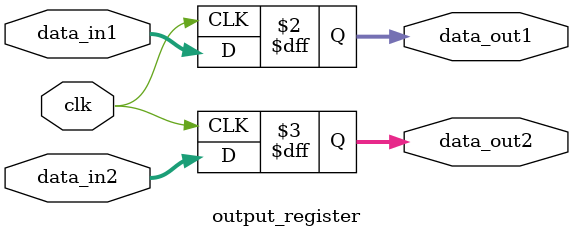
<source format=sv>
module rom_dual_port #(
    parameter W = 32,
    parameter D = 1024,
    parameter ADDR_WIDTH = 10  // 参数化地址宽度
)(
    input  wire                   clk,
    input  wire [ADDR_WIDTH-1:0]  addr1,
    input  wire [ADDR_WIDTH-1:0]  addr2,
    output wire [W-1:0]           dout1,
    output wire [W-1:0]           dout2
);
    // 内部连线
    wire [W-1:0] mem_data1, mem_data2;
    
    // 实例化存储器控制模块
    rom_memory_core #(
        .DATA_WIDTH(W),
        .DEPTH(D),
        .ADDR_WIDTH(ADDR_WIDTH)
    ) memory_core_inst (
        .clk     (clk),
        .data_out1(mem_data1),
        .data_out2(mem_data2),
        .addr1   (addr1),
        .addr2   (addr2)
    );
    
    // 实例化输出寄存器模块
    output_register #(
        .WIDTH(W)
    ) output_reg_inst (
        .clk      (clk),
        .data_in1 (mem_data1),
        .data_in2 (mem_data2),
        .data_out1(dout1),
        .data_out2(dout2)
    );
    
endmodule

// 存储器核心模块
module rom_memory_core #(
    parameter DATA_WIDTH = 32,
    parameter DEPTH = 1024,
    parameter ADDR_WIDTH = 10
)(
    input  wire                   clk,
    input  wire [ADDR_WIDTH-1:0]  addr1,
    input  wire [ADDR_WIDTH-1:0]  addr2,
    output reg  [DATA_WIDTH-1:0]  data_out1,
    output reg  [DATA_WIDTH-1:0]  data_out2
);
    // 存储器阵列
    reg [DATA_WIDTH-1:0] memory [0:DEPTH-1];
    
    // 初始化存储器
    initial begin
        // 示例初始化，实际使用时可替换
        memory[0] = 32'h00001111;
        memory[1] = 32'h22223333;
        // $readmemh("dual_port.init", memory); // 实际应用中可启用
    end
    
    // 并行读取操作（无寄存）
    always @(posedge clk) begin
        data_out1 <= memory[addr1];
        data_out2 <= memory[addr2];
    end
    
endmodule

// 输出寄存器模块
module output_register #(
    parameter WIDTH = 32
)(
    input  wire              clk,
    input  wire [WIDTH-1:0]  data_in1,
    input  wire [WIDTH-1:0]  data_in2,
    output reg  [WIDTH-1:0]  data_out1,
    output reg  [WIDTH-1:0]  data_out2
);
    // 寄存输出数据，改善时序
    always @(posedge clk) begin
        data_out1 <= data_in1;
        data_out2 <= data_in2;
    end
    
endmodule
</source>
